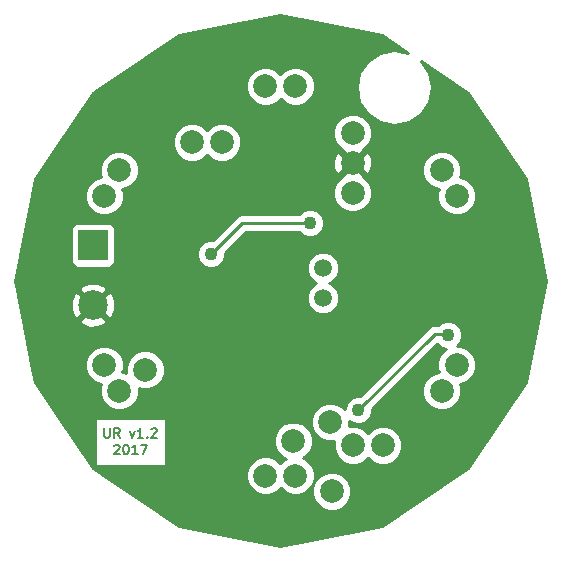
<source format=gtl>
G04 #@! TF.FileFunction,Copper,L1,Top,Signal*
%FSLAX46Y46*%
G04 Gerber Fmt 4.6, Leading zero omitted, Abs format (unit mm)*
G04 Created by KiCad (PCBNEW 4.0.4+dfsg1-stable) date Thu Jan 19 15:29:11 2017*
%MOMM*%
%LPD*%
G01*
G04 APERTURE LIST*
%ADD10C,0.100000*%
%ADD11C,0.200000*%
%ADD12C,2.000000*%
%ADD13C,1.500000*%
%ADD14R,2.500000X2.500000*%
%ADD15C,2.500000*%
%ADD16C,1.100000*%
%ADD17C,0.300000*%
%ADD18C,0.250000*%
%ADD19C,0.254000*%
G04 APERTURE END LIST*
D10*
D11*
X-14903176Y-12501705D02*
X-14903176Y-13149324D01*
X-14865081Y-13225514D01*
X-14826985Y-13263610D01*
X-14750795Y-13301705D01*
X-14598414Y-13301705D01*
X-14522223Y-13263610D01*
X-14484128Y-13225514D01*
X-14446033Y-13149324D01*
X-14446033Y-12501705D01*
X-13607938Y-13301705D02*
X-13874605Y-12920752D01*
X-14065081Y-13301705D02*
X-14065081Y-12501705D01*
X-13760319Y-12501705D01*
X-13684128Y-12539800D01*
X-13646033Y-12577895D01*
X-13607938Y-12654086D01*
X-13607938Y-12768371D01*
X-13646033Y-12844562D01*
X-13684128Y-12882657D01*
X-13760319Y-12920752D01*
X-14065081Y-12920752D01*
X-12731747Y-12768371D02*
X-12541271Y-13301705D01*
X-12350795Y-12768371D01*
X-11626985Y-13301705D02*
X-12084128Y-13301705D01*
X-11855557Y-13301705D02*
X-11855557Y-12501705D01*
X-11931747Y-12615990D01*
X-12007938Y-12692181D01*
X-12084128Y-12730276D01*
X-11284128Y-13225514D02*
X-11246033Y-13263610D01*
X-11284128Y-13301705D01*
X-11322223Y-13263610D01*
X-11284128Y-13225514D01*
X-11284128Y-13301705D01*
X-10941271Y-12577895D02*
X-10903176Y-12539800D01*
X-10826985Y-12501705D01*
X-10636509Y-12501705D01*
X-10560319Y-12539800D01*
X-10522223Y-12577895D01*
X-10484128Y-12654086D01*
X-10484128Y-12730276D01*
X-10522223Y-12844562D01*
X-10979366Y-13301705D01*
X-10484128Y-13301705D01*
X-14084129Y-13977895D02*
X-14046034Y-13939800D01*
X-13969843Y-13901705D01*
X-13779367Y-13901705D01*
X-13703177Y-13939800D01*
X-13665081Y-13977895D01*
X-13626986Y-14054086D01*
X-13626986Y-14130276D01*
X-13665081Y-14244562D01*
X-14122224Y-14701705D01*
X-13626986Y-14701705D01*
X-13131748Y-13901705D02*
X-13055557Y-13901705D01*
X-12979367Y-13939800D01*
X-12941272Y-13977895D01*
X-12903176Y-14054086D01*
X-12865081Y-14206467D01*
X-12865081Y-14396943D01*
X-12903176Y-14549324D01*
X-12941272Y-14625514D01*
X-12979367Y-14663610D01*
X-13055557Y-14701705D01*
X-13131748Y-14701705D01*
X-13207938Y-14663610D01*
X-13246034Y-14625514D01*
X-13284129Y-14549324D01*
X-13322224Y-14396943D01*
X-13322224Y-14206467D01*
X-13284129Y-14054086D01*
X-13246034Y-13977895D01*
X-13207938Y-13939800D01*
X-13131748Y-13901705D01*
X-12103176Y-14701705D02*
X-12560319Y-14701705D01*
X-12331748Y-14701705D02*
X-12331748Y-13901705D01*
X-12407938Y-14015990D01*
X-12484129Y-14092181D01*
X-12560319Y-14130276D01*
X-11836509Y-13901705D02*
X-11303176Y-13901705D01*
X-11646033Y-14701705D01*
D12*
X-11445240Y-7541260D03*
D13*
X3594100Y1066800D03*
X3594100Y-1473200D03*
D14*
X-15875000Y2984500D03*
D15*
X-15875000Y-2095500D03*
D12*
X6101080Y7409180D03*
X6101080Y9949180D03*
X6101080Y12489180D03*
X4203700Y-11976100D03*
X4340860Y-17851120D03*
X1079500Y-13576300D03*
X13652500Y-9354852D03*
X14922500Y-7155148D03*
X8674100Y-13957300D03*
X6134100Y-13957300D03*
X-1270000Y-16510000D03*
X1270000Y-16510000D03*
X-13652500Y-9354852D03*
X-14922500Y-7155148D03*
X-14922500Y7155148D03*
X-13652500Y9354852D03*
X-7493000Y11709400D03*
X-4953000Y11709400D03*
X-1270000Y16446500D03*
X1270000Y16446500D03*
X14922500Y7155148D03*
X13652500Y9354852D03*
D16*
X13876020Y-137160D03*
X-4180840Y-15224760D03*
X5318760Y2936240D03*
X-4940300Y-431800D03*
X10739120Y3467100D03*
X7889240Y-5417820D03*
X2489200Y4864100D03*
X-5854700Y2235200D03*
X14175740Y-4607560D03*
X6604000Y-10985500D03*
D17*
X-4180840Y-15224760D02*
X-4152900Y-15252700D01*
D18*
X2489200Y4864100D02*
X-3225800Y4864100D01*
X-3225800Y4864100D02*
X-5854700Y2235200D01*
X13081000Y-4508500D02*
X14175740Y-4607560D01*
X6604000Y-10985500D02*
X13081000Y-4508500D01*
D19*
G36*
X8606697Y20778405D02*
X10830624Y19292424D01*
X9621520Y19532930D01*
X8402486Y19290449D01*
X7369038Y18599922D01*
X6678511Y17566474D01*
X6436030Y16347440D01*
X6678511Y15128406D01*
X7369038Y14094958D01*
X8402486Y13404431D01*
X9621520Y13161950D01*
X10840554Y13404431D01*
X11874002Y14094958D01*
X12564529Y15128406D01*
X12807010Y16347440D01*
X12564529Y17566474D01*
X11879628Y18591502D01*
X15903102Y15903102D01*
X20778405Y8606697D01*
X22490383Y0D01*
X20778405Y-8606697D01*
X15903102Y-15903102D01*
X8606697Y-20778405D01*
X0Y-22490383D01*
X-8606697Y-20778405D01*
X-12503093Y-18174915D01*
X2705576Y-18174915D01*
X2953966Y-18776063D01*
X3413497Y-19236398D01*
X4014212Y-19485836D01*
X4664655Y-19486404D01*
X5265803Y-19238014D01*
X5726138Y-18778483D01*
X5975576Y-18177768D01*
X5976144Y-17527325D01*
X5727754Y-16926177D01*
X5268223Y-16465842D01*
X4667508Y-16216404D01*
X4017065Y-16215836D01*
X3415917Y-16464226D01*
X2955582Y-16923757D01*
X2706144Y-17524472D01*
X2705576Y-18174915D01*
X-12503093Y-18174915D01*
X-14510221Y-16833795D01*
X-2905284Y-16833795D01*
X-2656894Y-17434943D01*
X-2197363Y-17895278D01*
X-1596648Y-18144716D01*
X-946205Y-18145284D01*
X-345057Y-17896894D01*
X199Y-17552241D01*
X342637Y-17895278D01*
X943352Y-18144716D01*
X1593795Y-18145284D01*
X2194943Y-17896894D01*
X2655278Y-17437363D01*
X2904716Y-16836648D01*
X2905284Y-16186205D01*
X2656894Y-15585057D01*
X2197363Y-15124722D01*
X1906159Y-15003804D01*
X2004443Y-14963194D01*
X2464778Y-14503663D01*
X2714216Y-13902948D01*
X2714784Y-13252505D01*
X2466394Y-12651357D01*
X2115546Y-12299895D01*
X2568416Y-12299895D01*
X2816806Y-12901043D01*
X3276337Y-13361378D01*
X3877052Y-13610816D01*
X4507392Y-13611366D01*
X4499384Y-13630652D01*
X4498816Y-14281095D01*
X4747206Y-14882243D01*
X5206737Y-15342578D01*
X5807452Y-15592016D01*
X6457895Y-15592584D01*
X7059043Y-15344194D01*
X7404299Y-14999541D01*
X7746737Y-15342578D01*
X8347452Y-15592016D01*
X8997895Y-15592584D01*
X9599043Y-15344194D01*
X10059378Y-14884663D01*
X10308816Y-14283948D01*
X10309384Y-13633505D01*
X10060994Y-13032357D01*
X9601463Y-12572022D01*
X9000748Y-12322584D01*
X8350305Y-12322016D01*
X7749157Y-12570406D01*
X7403901Y-12915059D01*
X7061463Y-12572022D01*
X6460748Y-12322584D01*
X5830408Y-12322034D01*
X5838416Y-12302748D01*
X5838771Y-11896242D01*
X5931875Y-11989509D01*
X6367255Y-12170294D01*
X6838677Y-12170706D01*
X7274372Y-11990680D01*
X7608009Y-11657625D01*
X7788794Y-11222245D01*
X7789097Y-10875205D01*
X13278371Y-5385931D01*
X13503615Y-5611569D01*
X13938995Y-5792354D01*
X13973385Y-5792384D01*
X13537222Y-6227785D01*
X13287784Y-6828500D01*
X13287216Y-7478943D01*
X13386661Y-7719619D01*
X13328705Y-7719568D01*
X12727557Y-7967958D01*
X12267222Y-8427489D01*
X12017784Y-9028204D01*
X12017216Y-9678647D01*
X12265606Y-10279795D01*
X12725137Y-10740130D01*
X13325852Y-10989568D01*
X13976295Y-10990136D01*
X14577443Y-10741746D01*
X15037778Y-10282215D01*
X15287216Y-9681500D01*
X15287784Y-9031057D01*
X15188339Y-8790381D01*
X15246295Y-8790432D01*
X15847443Y-8542042D01*
X16307778Y-8082511D01*
X16557216Y-7481796D01*
X16557784Y-6831353D01*
X16309394Y-6230205D01*
X15849863Y-5769870D01*
X15249148Y-5520432D01*
X14938853Y-5520161D01*
X15179749Y-5279685D01*
X15360534Y-4844305D01*
X15360946Y-4372883D01*
X15180920Y-3937188D01*
X14847865Y-3603551D01*
X14412485Y-3422766D01*
X13941063Y-3422354D01*
X13505368Y-3602380D01*
X13338741Y-3768717D01*
X13149490Y-3751592D01*
X13115008Y-3755265D01*
X13081000Y-3748500D01*
X12968589Y-3770860D01*
X12854621Y-3782999D01*
X12824171Y-3799587D01*
X12790160Y-3806352D01*
X12694859Y-3870030D01*
X12594216Y-3924856D01*
X12572432Y-3951833D01*
X12543599Y-3971099D01*
X6714103Y-9800595D01*
X6369323Y-9800294D01*
X5933628Y-9980320D01*
X5599991Y-10313375D01*
X5419206Y-10748755D01*
X5419092Y-10879355D01*
X5131063Y-10590822D01*
X4530348Y-10341384D01*
X3879905Y-10340816D01*
X3278757Y-10589206D01*
X2818422Y-11048737D01*
X2568984Y-11649452D01*
X2568416Y-12299895D01*
X2115546Y-12299895D01*
X2006863Y-12191022D01*
X1406148Y-11941584D01*
X755705Y-11941016D01*
X154557Y-12189406D01*
X-305778Y-12648937D01*
X-555216Y-13249652D01*
X-555784Y-13900095D01*
X-307394Y-14501243D01*
X152137Y-14961578D01*
X443341Y-15082496D01*
X345057Y-15123106D01*
X-199Y-15467759D01*
X-342637Y-15124722D01*
X-943352Y-14875284D01*
X-1593795Y-14874716D01*
X-2194943Y-15123106D01*
X-2655278Y-15582637D01*
X-2904716Y-16183352D01*
X-2905284Y-16833795D01*
X-14510221Y-16833795D01*
X-15903102Y-15903102D01*
X-18748409Y-11644800D01*
X-15728652Y-11644800D01*
X-15728652Y-15714800D01*
X-9696747Y-15714800D01*
X-9696747Y-11644800D01*
X-15728652Y-11644800D01*
X-18748409Y-11644800D01*
X-20778405Y-8606697D01*
X-21002729Y-7478943D01*
X-16557784Y-7478943D01*
X-16309394Y-8080091D01*
X-15849863Y-8540426D01*
X-15249148Y-8789864D01*
X-15188271Y-8789917D01*
X-15287216Y-9028204D01*
X-15287784Y-9678647D01*
X-15039394Y-10279795D01*
X-14579863Y-10740130D01*
X-13979148Y-10989568D01*
X-13328705Y-10990136D01*
X-12727557Y-10741746D01*
X-12267222Y-10282215D01*
X-12017784Y-9681500D01*
X-12017254Y-9074092D01*
X-11771888Y-9175976D01*
X-11121445Y-9176544D01*
X-10520297Y-8928154D01*
X-10059962Y-8468623D01*
X-9810524Y-7867908D01*
X-9809956Y-7217465D01*
X-10058346Y-6616317D01*
X-10517877Y-6155982D01*
X-11118592Y-5906544D01*
X-11769035Y-5905976D01*
X-12370183Y-6154366D01*
X-12830518Y-6613897D01*
X-13079956Y-7214612D01*
X-13080486Y-7822020D01*
X-13325852Y-7720136D01*
X-13386729Y-7720083D01*
X-13287784Y-7481796D01*
X-13287216Y-6831353D01*
X-13535606Y-6230205D01*
X-13995137Y-5769870D01*
X-14595852Y-5520432D01*
X-15246295Y-5519864D01*
X-15847443Y-5768254D01*
X-16307778Y-6227785D01*
X-16557216Y-6828500D01*
X-16557784Y-7478943D01*
X-21002729Y-7478943D01*
X-21808348Y-3428820D01*
X-17028715Y-3428820D01*
X-16899467Y-3721623D01*
X-16199194Y-3989888D01*
X-15449565Y-3969750D01*
X-14850533Y-3721623D01*
X-14721285Y-3428820D01*
X-15875000Y-2275105D01*
X-17028715Y-3428820D01*
X-21808348Y-3428820D01*
X-22138048Y-1771306D01*
X-17769388Y-1771306D01*
X-17749250Y-2520935D01*
X-17501123Y-3119967D01*
X-17208320Y-3249215D01*
X-16054605Y-2095500D01*
X-15695395Y-2095500D01*
X-14541680Y-3249215D01*
X-14248877Y-3119967D01*
X-13980612Y-2419694D01*
X-14000750Y-1670065D01*
X-14248877Y-1071033D01*
X-14541680Y-941785D01*
X-15695395Y-2095500D01*
X-16054605Y-2095500D01*
X-17208320Y-941785D01*
X-17501123Y-1071033D01*
X-17769388Y-1771306D01*
X-22138048Y-1771306D01*
X-22338775Y-762180D01*
X-17028715Y-762180D01*
X-15875000Y-1915895D01*
X-14721285Y-762180D01*
X-14850533Y-469377D01*
X-15550806Y-201112D01*
X-16300435Y-221250D01*
X-16899467Y-469377D01*
X-17028715Y-762180D01*
X-22338775Y-762180D01*
X-22490383Y0D01*
X-22332743Y792515D01*
X2208860Y792515D01*
X2419269Y283285D01*
X2808536Y-106661D01*
X3040970Y-203176D01*
X2810585Y-298369D01*
X2420639Y-687636D01*
X2209341Y-1196498D01*
X2208860Y-1747485D01*
X2419269Y-2256715D01*
X2808536Y-2646661D01*
X3317398Y-2857959D01*
X3868385Y-2858440D01*
X4377615Y-2648031D01*
X4767561Y-2258764D01*
X4978859Y-1749902D01*
X4979340Y-1198915D01*
X4768931Y-689685D01*
X4379664Y-299739D01*
X4147230Y-203224D01*
X4377615Y-108031D01*
X4767561Y281236D01*
X4978859Y790098D01*
X4979340Y1341085D01*
X4768931Y1850315D01*
X4379664Y2240261D01*
X3870802Y2451559D01*
X3319815Y2452040D01*
X2810585Y2241631D01*
X2420639Y1852364D01*
X2209341Y1343502D01*
X2208860Y792515D01*
X-22332743Y792515D01*
X-21648089Y4234500D01*
X-17772440Y4234500D01*
X-17772440Y1734500D01*
X-17728162Y1499183D01*
X-17589090Y1283059D01*
X-17376890Y1138069D01*
X-17125000Y1087060D01*
X-14625000Y1087060D01*
X-14389683Y1131338D01*
X-14173559Y1270410D01*
X-14028569Y1482610D01*
X-13977560Y1734500D01*
X-13977560Y2000523D01*
X-7039906Y2000523D01*
X-6859880Y1564828D01*
X-6526825Y1231191D01*
X-6091445Y1050406D01*
X-5620023Y1049994D01*
X-5184328Y1230020D01*
X-4850691Y1563075D01*
X-4669906Y1998455D01*
X-4669603Y2345495D01*
X-2910998Y4104100D01*
X1573492Y4104100D01*
X1817075Y3860091D01*
X2252455Y3679306D01*
X2723877Y3678894D01*
X3159572Y3858920D01*
X3493209Y4191975D01*
X3673994Y4627355D01*
X3674406Y5098777D01*
X3494380Y5534472D01*
X3161325Y5868109D01*
X2725945Y6048894D01*
X2254523Y6049306D01*
X1818828Y5869280D01*
X1573220Y5624100D01*
X-3225800Y5624100D01*
X-3516639Y5566248D01*
X-3763201Y5401501D01*
X-5744597Y3420105D01*
X-6089377Y3420406D01*
X-6525072Y3240380D01*
X-6858709Y2907325D01*
X-7039494Y2471945D01*
X-7039906Y2000523D01*
X-13977560Y2000523D01*
X-13977560Y4234500D01*
X-14021838Y4469817D01*
X-14160910Y4685941D01*
X-14373110Y4830931D01*
X-14625000Y4881940D01*
X-17125000Y4881940D01*
X-17360317Y4837662D01*
X-17576441Y4698590D01*
X-17721431Y4486390D01*
X-17772440Y4234500D01*
X-21648089Y4234500D01*
X-21131543Y6831353D01*
X-16557784Y6831353D01*
X-16309394Y6230205D01*
X-15849863Y5769870D01*
X-15249148Y5520432D01*
X-14598705Y5519864D01*
X-13997557Y5768254D01*
X-13537222Y6227785D01*
X-13287784Y6828500D01*
X-13287560Y7085385D01*
X4465796Y7085385D01*
X4714186Y6484237D01*
X5173717Y6023902D01*
X5774432Y5774464D01*
X6424875Y5773896D01*
X7026023Y6022286D01*
X7486358Y6481817D01*
X7735796Y7082532D01*
X7736364Y7732975D01*
X7487974Y8334123D01*
X7061102Y8761742D01*
X7074007Y8796648D01*
X6101080Y9769575D01*
X5128153Y8796648D01*
X5141244Y8761242D01*
X4715802Y8336543D01*
X4466364Y7735828D01*
X4465796Y7085385D01*
X-13287560Y7085385D01*
X-13287216Y7478943D01*
X-13386661Y7719619D01*
X-13328705Y7719568D01*
X-12727557Y7967958D01*
X-12267222Y8427489D01*
X-12017784Y9028204D01*
X-12017216Y9678647D01*
X-12265606Y10279795D01*
X-12725137Y10740130D01*
X-13325852Y10989568D01*
X-13976295Y10990136D01*
X-14577443Y10741746D01*
X-15037778Y10282215D01*
X-15287216Y9681500D01*
X-15287784Y9031057D01*
X-15188339Y8790381D01*
X-15246295Y8790432D01*
X-15847443Y8542042D01*
X-16307778Y8082511D01*
X-16557216Y7481796D01*
X-16557784Y6831353D01*
X-21131543Y6831353D01*
X-20778405Y8606697D01*
X-18921598Y11385605D01*
X-9128284Y11385605D01*
X-8879894Y10784457D01*
X-8420363Y10324122D01*
X-7819648Y10074684D01*
X-7169205Y10074116D01*
X-6568057Y10322506D01*
X-6222801Y10667159D01*
X-5880363Y10324122D01*
X-5279648Y10074684D01*
X-4629205Y10074116D01*
X-4291341Y10213719D01*
X4455172Y10213719D01*
X4479224Y9563720D01*
X4681693Y9074916D01*
X4948548Y8976253D01*
X5921475Y9949180D01*
X6280685Y9949180D01*
X7253612Y8976253D01*
X7401841Y9031057D01*
X12017216Y9031057D01*
X12265606Y8429909D01*
X12725137Y7969574D01*
X13325852Y7720136D01*
X13386729Y7720083D01*
X13287784Y7481796D01*
X13287216Y6831353D01*
X13535606Y6230205D01*
X13995137Y5769870D01*
X14595852Y5520432D01*
X15246295Y5519864D01*
X15847443Y5768254D01*
X16307778Y6227785D01*
X16557216Y6828500D01*
X16557784Y7478943D01*
X16309394Y8080091D01*
X15849863Y8540426D01*
X15249148Y8789864D01*
X15188271Y8789917D01*
X15287216Y9028204D01*
X15287784Y9678647D01*
X15039394Y10279795D01*
X14579863Y10740130D01*
X13979148Y10989568D01*
X13328705Y10990136D01*
X12727557Y10741746D01*
X12267222Y10282215D01*
X12017784Y9681500D01*
X12017216Y9031057D01*
X7401841Y9031057D01*
X7520467Y9074916D01*
X7746988Y9684641D01*
X7722936Y10334640D01*
X7520467Y10823444D01*
X7253612Y10922107D01*
X6280685Y9949180D01*
X5921475Y9949180D01*
X4948548Y10922107D01*
X4681693Y10823444D01*
X4455172Y10213719D01*
X-4291341Y10213719D01*
X-4028057Y10322506D01*
X-3567722Y10782037D01*
X-3318284Y11382752D01*
X-3317716Y12033195D01*
X-3372335Y12165385D01*
X4465796Y12165385D01*
X4714186Y11564237D01*
X5141058Y11136618D01*
X5128153Y11101712D01*
X6101080Y10128785D01*
X7074007Y11101712D01*
X7060916Y11137118D01*
X7486358Y11561817D01*
X7735796Y12162532D01*
X7736364Y12812975D01*
X7487974Y13414123D01*
X7028443Y13874458D01*
X6427728Y14123896D01*
X5777285Y14124464D01*
X5176137Y13876074D01*
X4715802Y13416543D01*
X4466364Y12815828D01*
X4465796Y12165385D01*
X-3372335Y12165385D01*
X-3566106Y12634343D01*
X-4025637Y13094678D01*
X-4626352Y13344116D01*
X-5276795Y13344684D01*
X-5877943Y13096294D01*
X-6223199Y12751641D01*
X-6565637Y13094678D01*
X-7166352Y13344116D01*
X-7816795Y13344684D01*
X-8417943Y13096294D01*
X-8878278Y12636763D01*
X-9127716Y12036048D01*
X-9128284Y11385605D01*
X-18921598Y11385605D01*
X-15903102Y15903102D01*
X-15574443Y16122705D01*
X-2905284Y16122705D01*
X-2656894Y15521557D01*
X-2197363Y15061222D01*
X-1596648Y14811784D01*
X-946205Y14811216D01*
X-345057Y15059606D01*
X199Y15404259D01*
X342637Y15061222D01*
X943352Y14811784D01*
X1593795Y14811216D01*
X2194943Y15059606D01*
X2655278Y15519137D01*
X2904716Y16119852D01*
X2905284Y16770295D01*
X2656894Y17371443D01*
X2197363Y17831778D01*
X1596648Y18081216D01*
X946205Y18081784D01*
X345057Y17833394D01*
X-199Y17488741D01*
X-342637Y17831778D01*
X-943352Y18081216D01*
X-1593795Y18081784D01*
X-2194943Y17833394D01*
X-2655278Y17373863D01*
X-2904716Y16773148D01*
X-2905284Y16122705D01*
X-15574443Y16122705D01*
X-8606697Y20778405D01*
X0Y22490383D01*
X8606697Y20778405D01*
X8606697Y20778405D01*
G37*
X8606697Y20778405D02*
X10830624Y19292424D01*
X9621520Y19532930D01*
X8402486Y19290449D01*
X7369038Y18599922D01*
X6678511Y17566474D01*
X6436030Y16347440D01*
X6678511Y15128406D01*
X7369038Y14094958D01*
X8402486Y13404431D01*
X9621520Y13161950D01*
X10840554Y13404431D01*
X11874002Y14094958D01*
X12564529Y15128406D01*
X12807010Y16347440D01*
X12564529Y17566474D01*
X11879628Y18591502D01*
X15903102Y15903102D01*
X20778405Y8606697D01*
X22490383Y0D01*
X20778405Y-8606697D01*
X15903102Y-15903102D01*
X8606697Y-20778405D01*
X0Y-22490383D01*
X-8606697Y-20778405D01*
X-12503093Y-18174915D01*
X2705576Y-18174915D01*
X2953966Y-18776063D01*
X3413497Y-19236398D01*
X4014212Y-19485836D01*
X4664655Y-19486404D01*
X5265803Y-19238014D01*
X5726138Y-18778483D01*
X5975576Y-18177768D01*
X5976144Y-17527325D01*
X5727754Y-16926177D01*
X5268223Y-16465842D01*
X4667508Y-16216404D01*
X4017065Y-16215836D01*
X3415917Y-16464226D01*
X2955582Y-16923757D01*
X2706144Y-17524472D01*
X2705576Y-18174915D01*
X-12503093Y-18174915D01*
X-14510221Y-16833795D01*
X-2905284Y-16833795D01*
X-2656894Y-17434943D01*
X-2197363Y-17895278D01*
X-1596648Y-18144716D01*
X-946205Y-18145284D01*
X-345057Y-17896894D01*
X199Y-17552241D01*
X342637Y-17895278D01*
X943352Y-18144716D01*
X1593795Y-18145284D01*
X2194943Y-17896894D01*
X2655278Y-17437363D01*
X2904716Y-16836648D01*
X2905284Y-16186205D01*
X2656894Y-15585057D01*
X2197363Y-15124722D01*
X1906159Y-15003804D01*
X2004443Y-14963194D01*
X2464778Y-14503663D01*
X2714216Y-13902948D01*
X2714784Y-13252505D01*
X2466394Y-12651357D01*
X2115546Y-12299895D01*
X2568416Y-12299895D01*
X2816806Y-12901043D01*
X3276337Y-13361378D01*
X3877052Y-13610816D01*
X4507392Y-13611366D01*
X4499384Y-13630652D01*
X4498816Y-14281095D01*
X4747206Y-14882243D01*
X5206737Y-15342578D01*
X5807452Y-15592016D01*
X6457895Y-15592584D01*
X7059043Y-15344194D01*
X7404299Y-14999541D01*
X7746737Y-15342578D01*
X8347452Y-15592016D01*
X8997895Y-15592584D01*
X9599043Y-15344194D01*
X10059378Y-14884663D01*
X10308816Y-14283948D01*
X10309384Y-13633505D01*
X10060994Y-13032357D01*
X9601463Y-12572022D01*
X9000748Y-12322584D01*
X8350305Y-12322016D01*
X7749157Y-12570406D01*
X7403901Y-12915059D01*
X7061463Y-12572022D01*
X6460748Y-12322584D01*
X5830408Y-12322034D01*
X5838416Y-12302748D01*
X5838771Y-11896242D01*
X5931875Y-11989509D01*
X6367255Y-12170294D01*
X6838677Y-12170706D01*
X7274372Y-11990680D01*
X7608009Y-11657625D01*
X7788794Y-11222245D01*
X7789097Y-10875205D01*
X13278371Y-5385931D01*
X13503615Y-5611569D01*
X13938995Y-5792354D01*
X13973385Y-5792384D01*
X13537222Y-6227785D01*
X13287784Y-6828500D01*
X13287216Y-7478943D01*
X13386661Y-7719619D01*
X13328705Y-7719568D01*
X12727557Y-7967958D01*
X12267222Y-8427489D01*
X12017784Y-9028204D01*
X12017216Y-9678647D01*
X12265606Y-10279795D01*
X12725137Y-10740130D01*
X13325852Y-10989568D01*
X13976295Y-10990136D01*
X14577443Y-10741746D01*
X15037778Y-10282215D01*
X15287216Y-9681500D01*
X15287784Y-9031057D01*
X15188339Y-8790381D01*
X15246295Y-8790432D01*
X15847443Y-8542042D01*
X16307778Y-8082511D01*
X16557216Y-7481796D01*
X16557784Y-6831353D01*
X16309394Y-6230205D01*
X15849863Y-5769870D01*
X15249148Y-5520432D01*
X14938853Y-5520161D01*
X15179749Y-5279685D01*
X15360534Y-4844305D01*
X15360946Y-4372883D01*
X15180920Y-3937188D01*
X14847865Y-3603551D01*
X14412485Y-3422766D01*
X13941063Y-3422354D01*
X13505368Y-3602380D01*
X13338741Y-3768717D01*
X13149490Y-3751592D01*
X13115008Y-3755265D01*
X13081000Y-3748500D01*
X12968589Y-3770860D01*
X12854621Y-3782999D01*
X12824171Y-3799587D01*
X12790160Y-3806352D01*
X12694859Y-3870030D01*
X12594216Y-3924856D01*
X12572432Y-3951833D01*
X12543599Y-3971099D01*
X6714103Y-9800595D01*
X6369323Y-9800294D01*
X5933628Y-9980320D01*
X5599991Y-10313375D01*
X5419206Y-10748755D01*
X5419092Y-10879355D01*
X5131063Y-10590822D01*
X4530348Y-10341384D01*
X3879905Y-10340816D01*
X3278757Y-10589206D01*
X2818422Y-11048737D01*
X2568984Y-11649452D01*
X2568416Y-12299895D01*
X2115546Y-12299895D01*
X2006863Y-12191022D01*
X1406148Y-11941584D01*
X755705Y-11941016D01*
X154557Y-12189406D01*
X-305778Y-12648937D01*
X-555216Y-13249652D01*
X-555784Y-13900095D01*
X-307394Y-14501243D01*
X152137Y-14961578D01*
X443341Y-15082496D01*
X345057Y-15123106D01*
X-199Y-15467759D01*
X-342637Y-15124722D01*
X-943352Y-14875284D01*
X-1593795Y-14874716D01*
X-2194943Y-15123106D01*
X-2655278Y-15582637D01*
X-2904716Y-16183352D01*
X-2905284Y-16833795D01*
X-14510221Y-16833795D01*
X-15903102Y-15903102D01*
X-18748409Y-11644800D01*
X-15728652Y-11644800D01*
X-15728652Y-15714800D01*
X-9696747Y-15714800D01*
X-9696747Y-11644800D01*
X-15728652Y-11644800D01*
X-18748409Y-11644800D01*
X-20778405Y-8606697D01*
X-21002729Y-7478943D01*
X-16557784Y-7478943D01*
X-16309394Y-8080091D01*
X-15849863Y-8540426D01*
X-15249148Y-8789864D01*
X-15188271Y-8789917D01*
X-15287216Y-9028204D01*
X-15287784Y-9678647D01*
X-15039394Y-10279795D01*
X-14579863Y-10740130D01*
X-13979148Y-10989568D01*
X-13328705Y-10990136D01*
X-12727557Y-10741746D01*
X-12267222Y-10282215D01*
X-12017784Y-9681500D01*
X-12017254Y-9074092D01*
X-11771888Y-9175976D01*
X-11121445Y-9176544D01*
X-10520297Y-8928154D01*
X-10059962Y-8468623D01*
X-9810524Y-7867908D01*
X-9809956Y-7217465D01*
X-10058346Y-6616317D01*
X-10517877Y-6155982D01*
X-11118592Y-5906544D01*
X-11769035Y-5905976D01*
X-12370183Y-6154366D01*
X-12830518Y-6613897D01*
X-13079956Y-7214612D01*
X-13080486Y-7822020D01*
X-13325852Y-7720136D01*
X-13386729Y-7720083D01*
X-13287784Y-7481796D01*
X-13287216Y-6831353D01*
X-13535606Y-6230205D01*
X-13995137Y-5769870D01*
X-14595852Y-5520432D01*
X-15246295Y-5519864D01*
X-15847443Y-5768254D01*
X-16307778Y-6227785D01*
X-16557216Y-6828500D01*
X-16557784Y-7478943D01*
X-21002729Y-7478943D01*
X-21808348Y-3428820D01*
X-17028715Y-3428820D01*
X-16899467Y-3721623D01*
X-16199194Y-3989888D01*
X-15449565Y-3969750D01*
X-14850533Y-3721623D01*
X-14721285Y-3428820D01*
X-15875000Y-2275105D01*
X-17028715Y-3428820D01*
X-21808348Y-3428820D01*
X-22138048Y-1771306D01*
X-17769388Y-1771306D01*
X-17749250Y-2520935D01*
X-17501123Y-3119967D01*
X-17208320Y-3249215D01*
X-16054605Y-2095500D01*
X-15695395Y-2095500D01*
X-14541680Y-3249215D01*
X-14248877Y-3119967D01*
X-13980612Y-2419694D01*
X-14000750Y-1670065D01*
X-14248877Y-1071033D01*
X-14541680Y-941785D01*
X-15695395Y-2095500D01*
X-16054605Y-2095500D01*
X-17208320Y-941785D01*
X-17501123Y-1071033D01*
X-17769388Y-1771306D01*
X-22138048Y-1771306D01*
X-22338775Y-762180D01*
X-17028715Y-762180D01*
X-15875000Y-1915895D01*
X-14721285Y-762180D01*
X-14850533Y-469377D01*
X-15550806Y-201112D01*
X-16300435Y-221250D01*
X-16899467Y-469377D01*
X-17028715Y-762180D01*
X-22338775Y-762180D01*
X-22490383Y0D01*
X-22332743Y792515D01*
X2208860Y792515D01*
X2419269Y283285D01*
X2808536Y-106661D01*
X3040970Y-203176D01*
X2810585Y-298369D01*
X2420639Y-687636D01*
X2209341Y-1196498D01*
X2208860Y-1747485D01*
X2419269Y-2256715D01*
X2808536Y-2646661D01*
X3317398Y-2857959D01*
X3868385Y-2858440D01*
X4377615Y-2648031D01*
X4767561Y-2258764D01*
X4978859Y-1749902D01*
X4979340Y-1198915D01*
X4768931Y-689685D01*
X4379664Y-299739D01*
X4147230Y-203224D01*
X4377615Y-108031D01*
X4767561Y281236D01*
X4978859Y790098D01*
X4979340Y1341085D01*
X4768931Y1850315D01*
X4379664Y2240261D01*
X3870802Y2451559D01*
X3319815Y2452040D01*
X2810585Y2241631D01*
X2420639Y1852364D01*
X2209341Y1343502D01*
X2208860Y792515D01*
X-22332743Y792515D01*
X-21648089Y4234500D01*
X-17772440Y4234500D01*
X-17772440Y1734500D01*
X-17728162Y1499183D01*
X-17589090Y1283059D01*
X-17376890Y1138069D01*
X-17125000Y1087060D01*
X-14625000Y1087060D01*
X-14389683Y1131338D01*
X-14173559Y1270410D01*
X-14028569Y1482610D01*
X-13977560Y1734500D01*
X-13977560Y2000523D01*
X-7039906Y2000523D01*
X-6859880Y1564828D01*
X-6526825Y1231191D01*
X-6091445Y1050406D01*
X-5620023Y1049994D01*
X-5184328Y1230020D01*
X-4850691Y1563075D01*
X-4669906Y1998455D01*
X-4669603Y2345495D01*
X-2910998Y4104100D01*
X1573492Y4104100D01*
X1817075Y3860091D01*
X2252455Y3679306D01*
X2723877Y3678894D01*
X3159572Y3858920D01*
X3493209Y4191975D01*
X3673994Y4627355D01*
X3674406Y5098777D01*
X3494380Y5534472D01*
X3161325Y5868109D01*
X2725945Y6048894D01*
X2254523Y6049306D01*
X1818828Y5869280D01*
X1573220Y5624100D01*
X-3225800Y5624100D01*
X-3516639Y5566248D01*
X-3763201Y5401501D01*
X-5744597Y3420105D01*
X-6089377Y3420406D01*
X-6525072Y3240380D01*
X-6858709Y2907325D01*
X-7039494Y2471945D01*
X-7039906Y2000523D01*
X-13977560Y2000523D01*
X-13977560Y4234500D01*
X-14021838Y4469817D01*
X-14160910Y4685941D01*
X-14373110Y4830931D01*
X-14625000Y4881940D01*
X-17125000Y4881940D01*
X-17360317Y4837662D01*
X-17576441Y4698590D01*
X-17721431Y4486390D01*
X-17772440Y4234500D01*
X-21648089Y4234500D01*
X-21131543Y6831353D01*
X-16557784Y6831353D01*
X-16309394Y6230205D01*
X-15849863Y5769870D01*
X-15249148Y5520432D01*
X-14598705Y5519864D01*
X-13997557Y5768254D01*
X-13537222Y6227785D01*
X-13287784Y6828500D01*
X-13287560Y7085385D01*
X4465796Y7085385D01*
X4714186Y6484237D01*
X5173717Y6023902D01*
X5774432Y5774464D01*
X6424875Y5773896D01*
X7026023Y6022286D01*
X7486358Y6481817D01*
X7735796Y7082532D01*
X7736364Y7732975D01*
X7487974Y8334123D01*
X7061102Y8761742D01*
X7074007Y8796648D01*
X6101080Y9769575D01*
X5128153Y8796648D01*
X5141244Y8761242D01*
X4715802Y8336543D01*
X4466364Y7735828D01*
X4465796Y7085385D01*
X-13287560Y7085385D01*
X-13287216Y7478943D01*
X-13386661Y7719619D01*
X-13328705Y7719568D01*
X-12727557Y7967958D01*
X-12267222Y8427489D01*
X-12017784Y9028204D01*
X-12017216Y9678647D01*
X-12265606Y10279795D01*
X-12725137Y10740130D01*
X-13325852Y10989568D01*
X-13976295Y10990136D01*
X-14577443Y10741746D01*
X-15037778Y10282215D01*
X-15287216Y9681500D01*
X-15287784Y9031057D01*
X-15188339Y8790381D01*
X-15246295Y8790432D01*
X-15847443Y8542042D01*
X-16307778Y8082511D01*
X-16557216Y7481796D01*
X-16557784Y6831353D01*
X-21131543Y6831353D01*
X-20778405Y8606697D01*
X-18921598Y11385605D01*
X-9128284Y11385605D01*
X-8879894Y10784457D01*
X-8420363Y10324122D01*
X-7819648Y10074684D01*
X-7169205Y10074116D01*
X-6568057Y10322506D01*
X-6222801Y10667159D01*
X-5880363Y10324122D01*
X-5279648Y10074684D01*
X-4629205Y10074116D01*
X-4291341Y10213719D01*
X4455172Y10213719D01*
X4479224Y9563720D01*
X4681693Y9074916D01*
X4948548Y8976253D01*
X5921475Y9949180D01*
X6280685Y9949180D01*
X7253612Y8976253D01*
X7401841Y9031057D01*
X12017216Y9031057D01*
X12265606Y8429909D01*
X12725137Y7969574D01*
X13325852Y7720136D01*
X13386729Y7720083D01*
X13287784Y7481796D01*
X13287216Y6831353D01*
X13535606Y6230205D01*
X13995137Y5769870D01*
X14595852Y5520432D01*
X15246295Y5519864D01*
X15847443Y5768254D01*
X16307778Y6227785D01*
X16557216Y6828500D01*
X16557784Y7478943D01*
X16309394Y8080091D01*
X15849863Y8540426D01*
X15249148Y8789864D01*
X15188271Y8789917D01*
X15287216Y9028204D01*
X15287784Y9678647D01*
X15039394Y10279795D01*
X14579863Y10740130D01*
X13979148Y10989568D01*
X13328705Y10990136D01*
X12727557Y10741746D01*
X12267222Y10282215D01*
X12017784Y9681500D01*
X12017216Y9031057D01*
X7401841Y9031057D01*
X7520467Y9074916D01*
X7746988Y9684641D01*
X7722936Y10334640D01*
X7520467Y10823444D01*
X7253612Y10922107D01*
X6280685Y9949180D01*
X5921475Y9949180D01*
X4948548Y10922107D01*
X4681693Y10823444D01*
X4455172Y10213719D01*
X-4291341Y10213719D01*
X-4028057Y10322506D01*
X-3567722Y10782037D01*
X-3318284Y11382752D01*
X-3317716Y12033195D01*
X-3372335Y12165385D01*
X4465796Y12165385D01*
X4714186Y11564237D01*
X5141058Y11136618D01*
X5128153Y11101712D01*
X6101080Y10128785D01*
X7074007Y11101712D01*
X7060916Y11137118D01*
X7486358Y11561817D01*
X7735796Y12162532D01*
X7736364Y12812975D01*
X7487974Y13414123D01*
X7028443Y13874458D01*
X6427728Y14123896D01*
X5777285Y14124464D01*
X5176137Y13876074D01*
X4715802Y13416543D01*
X4466364Y12815828D01*
X4465796Y12165385D01*
X-3372335Y12165385D01*
X-3566106Y12634343D01*
X-4025637Y13094678D01*
X-4626352Y13344116D01*
X-5276795Y13344684D01*
X-5877943Y13096294D01*
X-6223199Y12751641D01*
X-6565637Y13094678D01*
X-7166352Y13344116D01*
X-7816795Y13344684D01*
X-8417943Y13096294D01*
X-8878278Y12636763D01*
X-9127716Y12036048D01*
X-9128284Y11385605D01*
X-18921598Y11385605D01*
X-15903102Y15903102D01*
X-15574443Y16122705D01*
X-2905284Y16122705D01*
X-2656894Y15521557D01*
X-2197363Y15061222D01*
X-1596648Y14811784D01*
X-946205Y14811216D01*
X-345057Y15059606D01*
X199Y15404259D01*
X342637Y15061222D01*
X943352Y14811784D01*
X1593795Y14811216D01*
X2194943Y15059606D01*
X2655278Y15519137D01*
X2904716Y16119852D01*
X2905284Y16770295D01*
X2656894Y17371443D01*
X2197363Y17831778D01*
X1596648Y18081216D01*
X946205Y18081784D01*
X345057Y17833394D01*
X-199Y17488741D01*
X-342637Y17831778D01*
X-943352Y18081216D01*
X-1593795Y18081784D01*
X-2194943Y17833394D01*
X-2655278Y17373863D01*
X-2904716Y16773148D01*
X-2905284Y16122705D01*
X-15574443Y16122705D01*
X-8606697Y20778405D01*
X0Y22490383D01*
X8606697Y20778405D01*
M02*

</source>
